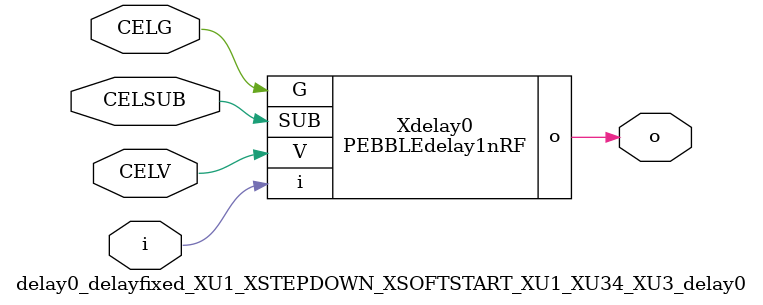
<source format=v>



module PEBBLEdelay1nRF ( o, V, G, i, SUB );

  input V;
  input i;
  input G;
  output o;
  input SUB;
endmodule

//Celera Confidential Do Not Copy delay0_delayfixed_XU1_XSTEPDOWN_XSOFTSTART_XU1_XU34_XU3_delay0
//TYPE: fixed 1ns
module delay0_delayfixed_XU1_XSTEPDOWN_XSOFTSTART_XU1_XU34_XU3_delay0 (i, CELV, o,
CELG,CELSUB);
input CELV;
input i;
output o;
input CELSUB;
input CELG;

//Celera Confidential Do Not Copy delayfast0
PEBBLEdelay1nRF Xdelay0(
.V (CELV),
.i (i),
.o (o),
.G (CELG),
.SUB (CELSUB)
);
//,diesize,PEBBLEdelay1nRF

//Celera Confidential Do Not Copy Module End
//Celera Schematic Generator
endmodule

</source>
